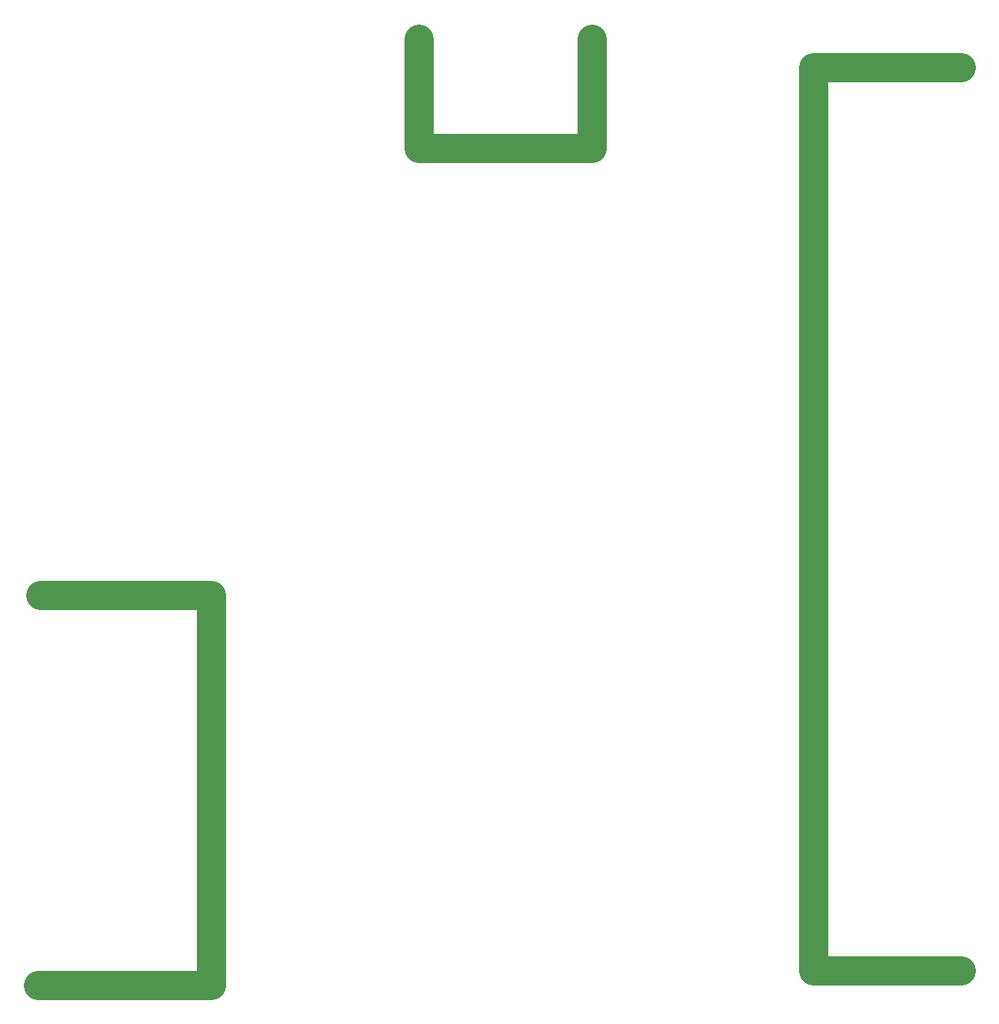
<source format=gbr>
G04 DipTrace 3.3.1.3*
G04 TopAssy.gbr*
%MOMM*%
G04 #@! TF.FileFunction,Drawing,Top*
G04 #@! TF.Part,Single*
%ADD19C,3.175*%
%FSLAX35Y35*%
G04*
G71*
G90*
G75*
G01*
G04 TopAssy*
%LPD*%
X11318750Y11318750D2*
D19*
X9699500D1*
Y1381000D1*
X11318750D1*
X7254750Y11636250D2*
Y10429750D1*
X5349750D1*
Y11636250D1*
X1190500Y5508500D2*
X3063750D1*
Y1222250D1*
X1158750D1*
M02*

</source>
